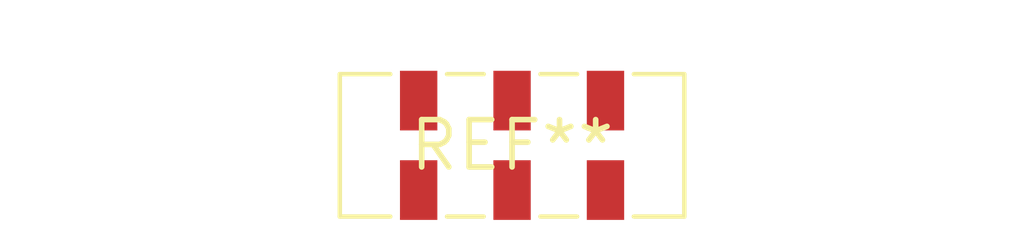
<source format=kicad_pcb>
(kicad_pcb (version 20240108) (generator pcbnew)
  (layers (0 "F.Cu" signal) (31 "B.Cu" signal) (34 "B.Paste" user) (35 "F.Paste" user) (36 "B.SilkS" user "B.Silkscreen") (37 "F.SilkS" user "F.Silkscreen") (38 "B.Mask" user) (39 "F.Mask" user) (44 "Edge.Cuts" user))
  (net 0 "")
  (footprint "SW_DPDT_CK_JS202011JCQN" (layer "F.Cu") (at 0 0)
    (property "Reference" "REF**")
    (property "Value" "SW_DPDT_CK_JS202011JCQN")
    (fp_line (start -4.61 -1.91) (end -4.61 1.91) (layer "F.SilkS") (stroke (width 0.12)))
    (fp_line (start -4.61 1.91) (end -3.26 1.91) (layer "F.SilkS") (stroke (width 0.12)))
    (fp_line (start -3.26 -1.91) (end -4.61 -1.91) (layer "F.SilkS") (stroke (width 0.12)))
    (fp_line (start -0.76 -1.91) (end -1.74 -1.91) (layer "F.SilkS") (stroke (width 0.12)))
    (fp_line (start -0.76 1.91) (end -1.74 1.91) (layer "F.SilkS") (stroke (width 0.12)))
    (fp_line (start 1.74 -1.91) (end 0.76 -1.91) (layer "F.SilkS") (stroke (width 0.12)))
    (fp_line (start 1.74 1.91) (end 0.76 1.91) (layer "F.SilkS") (stroke (width 0.12)))
    (fp_line (start 4.61 -1.91) (end 3.26 -1.91) (layer "F.SilkS") (stroke (width 0.12)))
    (fp_line (start 4.61 -1.91) (end 4.61 1.91) (layer "F.SilkS") (stroke (width 0.12)))
    (fp_line (start 4.61 1.91) (end 3.26 1.91) (layer "F.SilkS") (stroke (width 0.12)))
    (pad "1" smd rect (at -2.5 -1.2) (size 1 1.6) (layers "F.Cu" "F.Paste" "F.Mask"))
    (pad "2" smd rect (at 0 -1.2) (size 1 1.6) (layers "F.Cu" "F.Paste" "F.Mask"))
    (pad "3" smd rect (at 2.5 -1.2) (size 1 1.6) (layers "F.Cu" "F.Paste" "F.Mask"))
    (pad "4" smd rect (at -2.5 1.2) (size 1 1.6) (layers "F.Cu" "F.Paste" "F.Mask"))
    (pad "5" smd rect (at 0 1.2) (size 1 1.6) (layers "F.Cu" "F.Paste" "F.Mask"))
    (pad "6" smd rect (at 2.5 1.2) (size 1 1.6) (layers "F.Cu" "F.Paste" "F.Mask"))
  )
)
</source>
